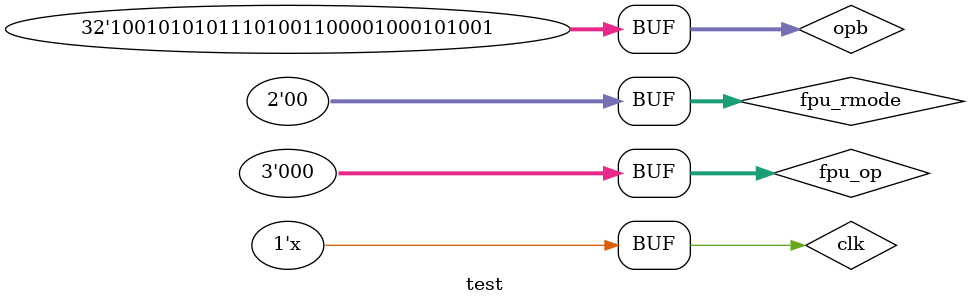
<source format=v>


`timescale 1ns / 100ps

`include "../pre_norm_fmul.v"
`include "../primitives.v"
`include "../post_norm.v"
`include "../pre_norm.v"
`include "../except.v"
`include "../fpu.v"


module test;

   reg		clk;
   reg [31:0] 	opa;
   reg [31:0] 	opb;
   wire [31:0] 	sum;
   wire		inf, snan, qnan;
   wire		div_by_zero;
   reg [31:0] 	exp;
   reg [2:0] 	fpu_op;
  
   wire		ine;
   wire		overflow, underflow;
   wire		zero;
   reg [1:0] 	fpu_rmode;
 //  event 	error_event;


   always #50 clk = ~clk;

   initial begin
      clk = 0;
      fpu_op = 3'h0;
      fpu_rmode = 2'b00;
      opa = 32'b10010101000101000100101000101001;
      opb = 32'b10010101011101001100001000101001;
   end

   always @(posedge clk) begin
      opa = opa + 1;
      
      $display("clk = %b, op = %b , opb = %b, out = %b\n", clk, opa, opa, sum);

   end

   fpu u0(clk, fpu_rmode, fpu_op, opa, opb, sum, inf, snan, qnan, ine, overflow, underflow, zero, div_by_zero);  

endmodule

</source>
